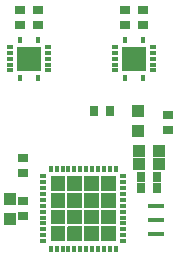
<source format=gbr>
G04 EAGLE Gerber RS-274X export*
G75*
%MOMM*%
%FSLAX34Y34*%
%LPD*%
%INSolderpaste Bottom*%
%IPPOS*%
%AMOC8*
5,1,8,0,0,1.08239X$1,22.5*%
G01*
%ADD10R,1.100000X1.000000*%
%ADD11R,0.900000X0.700000*%
%ADD12R,1.000000X1.100000*%
%ADD13R,0.700000X0.900000*%
%ADD14R,0.550000X0.297181*%
%ADD15R,0.297181X0.550000*%
%ADD16R,1.399997X0.400000*%
%ADD17R,0.350000X0.600000*%
%ADD18R,0.600000X0.350000*%
%ADD19R,2.100000X2.100000*%

G36*
X-15222Y103999D02*
X-15222Y103999D01*
X-15220Y103998D01*
X-15177Y104018D01*
X-15133Y104036D01*
X-15133Y104038D01*
X-15131Y104039D01*
X-15098Y104124D01*
X-15098Y116348D01*
X-15099Y116350D01*
X-15098Y116352D01*
X-15118Y116395D01*
X-15136Y116439D01*
X-15138Y116439D01*
X-15139Y116441D01*
X-15224Y116474D01*
X-27448Y116474D01*
X-27450Y116473D01*
X-27452Y116474D01*
X-27495Y116454D01*
X-27539Y116436D01*
X-27539Y116434D01*
X-27541Y116433D01*
X-27574Y116348D01*
X-27574Y104124D01*
X-27573Y104122D01*
X-27574Y104120D01*
X-27554Y104077D01*
X-27536Y104033D01*
X-27534Y104033D01*
X-27533Y104031D01*
X-27448Y103998D01*
X-15224Y103998D01*
X-15222Y103999D01*
G37*
G36*
X13226Y103999D02*
X13226Y103999D01*
X13228Y103998D01*
X13271Y104018D01*
X13315Y104036D01*
X13315Y104038D01*
X13317Y104039D01*
X13350Y104124D01*
X13350Y116348D01*
X13349Y116350D01*
X13350Y116352D01*
X13330Y116395D01*
X13312Y116439D01*
X13310Y116439D01*
X13309Y116441D01*
X13224Y116474D01*
X1000Y116474D01*
X998Y116473D01*
X996Y116474D01*
X953Y116454D01*
X909Y116436D01*
X909Y116434D01*
X907Y116433D01*
X874Y116348D01*
X874Y104124D01*
X875Y104122D01*
X874Y104120D01*
X894Y104077D01*
X912Y104033D01*
X914Y104033D01*
X915Y104031D01*
X1000Y103998D01*
X13224Y103998D01*
X13226Y103999D01*
G37*
G36*
X-998Y103999D02*
X-998Y103999D01*
X-996Y103998D01*
X-953Y104018D01*
X-909Y104036D01*
X-909Y104038D01*
X-907Y104039D01*
X-874Y104124D01*
X-874Y116348D01*
X-875Y116350D01*
X-874Y116352D01*
X-894Y116395D01*
X-912Y116439D01*
X-914Y116439D01*
X-915Y116441D01*
X-1000Y116474D01*
X-13224Y116474D01*
X-13226Y116473D01*
X-13228Y116474D01*
X-13271Y116454D01*
X-13315Y116436D01*
X-13315Y116434D01*
X-13317Y116433D01*
X-13350Y116348D01*
X-13350Y104124D01*
X-13349Y104122D01*
X-13350Y104120D01*
X-13330Y104077D01*
X-13312Y104033D01*
X-13310Y104033D01*
X-13309Y104031D01*
X-13224Y103998D01*
X-1000Y103998D01*
X-998Y103999D01*
G37*
G36*
X27450Y103999D02*
X27450Y103999D01*
X27452Y103998D01*
X27495Y104018D01*
X27539Y104036D01*
X27539Y104038D01*
X27541Y104039D01*
X27574Y104124D01*
X27574Y116348D01*
X27573Y116350D01*
X27574Y116352D01*
X27554Y116395D01*
X27536Y116439D01*
X27534Y116439D01*
X27533Y116441D01*
X27448Y116474D01*
X15224Y116474D01*
X15222Y116473D01*
X15220Y116474D01*
X15177Y116454D01*
X15133Y116436D01*
X15133Y116434D01*
X15131Y116433D01*
X15098Y116348D01*
X15098Y104124D01*
X15099Y104122D01*
X15098Y104120D01*
X15118Y104077D01*
X15136Y104033D01*
X15138Y104033D01*
X15139Y104031D01*
X15224Y103998D01*
X27448Y103998D01*
X27450Y103999D01*
G37*
G36*
X13226Y89775D02*
X13226Y89775D01*
X13228Y89774D01*
X13271Y89794D01*
X13315Y89812D01*
X13315Y89814D01*
X13317Y89815D01*
X13350Y89900D01*
X13350Y102124D01*
X13349Y102126D01*
X13350Y102128D01*
X13330Y102171D01*
X13312Y102215D01*
X13310Y102215D01*
X13309Y102217D01*
X13224Y102250D01*
X1000Y102250D01*
X998Y102249D01*
X996Y102250D01*
X953Y102230D01*
X909Y102212D01*
X909Y102210D01*
X907Y102209D01*
X874Y102124D01*
X874Y89900D01*
X875Y89898D01*
X874Y89896D01*
X894Y89853D01*
X912Y89809D01*
X914Y89809D01*
X915Y89807D01*
X1000Y89774D01*
X13224Y89774D01*
X13226Y89775D01*
G37*
G36*
X-15222Y89775D02*
X-15222Y89775D01*
X-15220Y89774D01*
X-15177Y89794D01*
X-15133Y89812D01*
X-15133Y89814D01*
X-15131Y89815D01*
X-15098Y89900D01*
X-15098Y102124D01*
X-15099Y102126D01*
X-15098Y102128D01*
X-15118Y102171D01*
X-15136Y102215D01*
X-15138Y102215D01*
X-15139Y102217D01*
X-15224Y102250D01*
X-27448Y102250D01*
X-27450Y102249D01*
X-27452Y102250D01*
X-27495Y102230D01*
X-27539Y102212D01*
X-27539Y102210D01*
X-27541Y102209D01*
X-27574Y102124D01*
X-27574Y89900D01*
X-27573Y89898D01*
X-27574Y89896D01*
X-27554Y89853D01*
X-27536Y89809D01*
X-27534Y89809D01*
X-27533Y89807D01*
X-27448Y89774D01*
X-15224Y89774D01*
X-15222Y89775D01*
G37*
G36*
X-998Y89775D02*
X-998Y89775D01*
X-996Y89774D01*
X-953Y89794D01*
X-909Y89812D01*
X-909Y89814D01*
X-907Y89815D01*
X-874Y89900D01*
X-874Y102124D01*
X-875Y102126D01*
X-874Y102128D01*
X-894Y102171D01*
X-912Y102215D01*
X-914Y102215D01*
X-915Y102217D01*
X-1000Y102250D01*
X-13224Y102250D01*
X-13226Y102249D01*
X-13228Y102250D01*
X-13271Y102230D01*
X-13315Y102212D01*
X-13315Y102210D01*
X-13317Y102209D01*
X-13350Y102124D01*
X-13350Y89900D01*
X-13349Y89898D01*
X-13350Y89896D01*
X-13330Y89853D01*
X-13312Y89809D01*
X-13310Y89809D01*
X-13309Y89807D01*
X-13224Y89774D01*
X-1000Y89774D01*
X-998Y89775D01*
G37*
G36*
X27450Y89775D02*
X27450Y89775D01*
X27452Y89774D01*
X27495Y89794D01*
X27539Y89812D01*
X27539Y89814D01*
X27541Y89815D01*
X27574Y89900D01*
X27574Y102124D01*
X27573Y102126D01*
X27574Y102128D01*
X27554Y102171D01*
X27536Y102215D01*
X27534Y102215D01*
X27533Y102217D01*
X27448Y102250D01*
X15224Y102250D01*
X15222Y102249D01*
X15220Y102250D01*
X15177Y102230D01*
X15133Y102212D01*
X15133Y102210D01*
X15131Y102209D01*
X15098Y102124D01*
X15098Y89900D01*
X15099Y89898D01*
X15098Y89896D01*
X15118Y89853D01*
X15136Y89809D01*
X15138Y89809D01*
X15139Y89807D01*
X15224Y89774D01*
X27448Y89774D01*
X27450Y89775D01*
G37*
G36*
X-15222Y75551D02*
X-15222Y75551D01*
X-15220Y75550D01*
X-15177Y75570D01*
X-15133Y75588D01*
X-15133Y75590D01*
X-15131Y75591D01*
X-15098Y75676D01*
X-15098Y87900D01*
X-15099Y87902D01*
X-15098Y87904D01*
X-15118Y87947D01*
X-15136Y87991D01*
X-15138Y87991D01*
X-15139Y87993D01*
X-15224Y88026D01*
X-27448Y88026D01*
X-27450Y88025D01*
X-27452Y88026D01*
X-27495Y88006D01*
X-27539Y87988D01*
X-27539Y87986D01*
X-27541Y87985D01*
X-27574Y87900D01*
X-27574Y75676D01*
X-27573Y75674D01*
X-27574Y75672D01*
X-27554Y75629D01*
X-27536Y75585D01*
X-27534Y75585D01*
X-27533Y75583D01*
X-27448Y75550D01*
X-15224Y75550D01*
X-15222Y75551D01*
G37*
G36*
X13226Y75551D02*
X13226Y75551D01*
X13228Y75550D01*
X13271Y75570D01*
X13315Y75588D01*
X13315Y75590D01*
X13317Y75591D01*
X13350Y75676D01*
X13350Y87900D01*
X13349Y87902D01*
X13350Y87904D01*
X13330Y87947D01*
X13312Y87991D01*
X13310Y87991D01*
X13309Y87993D01*
X13224Y88026D01*
X1000Y88026D01*
X998Y88025D01*
X996Y88026D01*
X953Y88006D01*
X909Y87988D01*
X909Y87986D01*
X907Y87985D01*
X874Y87900D01*
X874Y75676D01*
X875Y75674D01*
X874Y75672D01*
X894Y75629D01*
X912Y75585D01*
X914Y75585D01*
X915Y75583D01*
X1000Y75550D01*
X13224Y75550D01*
X13226Y75551D01*
G37*
G36*
X-998Y75551D02*
X-998Y75551D01*
X-996Y75550D01*
X-953Y75570D01*
X-909Y75588D01*
X-909Y75590D01*
X-907Y75591D01*
X-874Y75676D01*
X-874Y87900D01*
X-875Y87902D01*
X-874Y87904D01*
X-894Y87947D01*
X-912Y87991D01*
X-914Y87991D01*
X-915Y87993D01*
X-1000Y88026D01*
X-13224Y88026D01*
X-13226Y88025D01*
X-13228Y88026D01*
X-13271Y88006D01*
X-13315Y87988D01*
X-13315Y87986D01*
X-13317Y87985D01*
X-13350Y87900D01*
X-13350Y75676D01*
X-13349Y75674D01*
X-13350Y75672D01*
X-13330Y75629D01*
X-13312Y75585D01*
X-13310Y75585D01*
X-13309Y75583D01*
X-13224Y75550D01*
X-1000Y75550D01*
X-998Y75551D01*
G37*
G36*
X27450Y75551D02*
X27450Y75551D01*
X27452Y75550D01*
X27495Y75570D01*
X27539Y75588D01*
X27539Y75590D01*
X27541Y75591D01*
X27574Y75676D01*
X27574Y87900D01*
X27573Y87902D01*
X27574Y87904D01*
X27554Y87947D01*
X27536Y87991D01*
X27534Y87991D01*
X27533Y87993D01*
X27448Y88026D01*
X15224Y88026D01*
X15222Y88025D01*
X15220Y88026D01*
X15177Y88006D01*
X15133Y87988D01*
X15133Y87986D01*
X15131Y87985D01*
X15098Y87900D01*
X15098Y75676D01*
X15099Y75674D01*
X15098Y75672D01*
X15118Y75629D01*
X15136Y75585D01*
X15138Y75585D01*
X15139Y75583D01*
X15224Y75550D01*
X27448Y75550D01*
X27450Y75551D01*
G37*
G36*
X-998Y61327D02*
X-998Y61327D01*
X-996Y61326D01*
X-953Y61346D01*
X-909Y61364D01*
X-909Y61366D01*
X-907Y61367D01*
X-874Y61452D01*
X-874Y73676D01*
X-875Y73678D01*
X-874Y73680D01*
X-894Y73723D01*
X-912Y73767D01*
X-914Y73767D01*
X-915Y73769D01*
X-1000Y73802D01*
X-13224Y73802D01*
X-13226Y73801D01*
X-13228Y73802D01*
X-13271Y73782D01*
X-13315Y73764D01*
X-13315Y73762D01*
X-13317Y73761D01*
X-13350Y73676D01*
X-13350Y61452D01*
X-13349Y61450D01*
X-13350Y61448D01*
X-13330Y61405D01*
X-13312Y61361D01*
X-13310Y61361D01*
X-13309Y61359D01*
X-13224Y61326D01*
X-1000Y61326D01*
X-998Y61327D01*
G37*
G36*
X13226Y61327D02*
X13226Y61327D01*
X13228Y61326D01*
X13271Y61346D01*
X13315Y61364D01*
X13315Y61366D01*
X13317Y61367D01*
X13350Y61452D01*
X13350Y73676D01*
X13349Y73678D01*
X13350Y73680D01*
X13330Y73723D01*
X13312Y73767D01*
X13310Y73767D01*
X13309Y73769D01*
X13224Y73802D01*
X1000Y73802D01*
X998Y73801D01*
X996Y73802D01*
X953Y73782D01*
X909Y73764D01*
X909Y73762D01*
X907Y73761D01*
X874Y73676D01*
X874Y61452D01*
X875Y61450D01*
X874Y61448D01*
X894Y61405D01*
X912Y61361D01*
X914Y61361D01*
X915Y61359D01*
X1000Y61326D01*
X13224Y61326D01*
X13226Y61327D01*
G37*
G36*
X27450Y61327D02*
X27450Y61327D01*
X27452Y61326D01*
X27495Y61346D01*
X27539Y61364D01*
X27539Y61366D01*
X27541Y61367D01*
X27574Y61452D01*
X27574Y73676D01*
X27573Y73678D01*
X27574Y73680D01*
X27554Y73723D01*
X27536Y73767D01*
X27534Y73767D01*
X27533Y73769D01*
X27448Y73802D01*
X15224Y73802D01*
X15222Y73801D01*
X15220Y73802D01*
X15177Y73782D01*
X15133Y73764D01*
X15133Y73762D01*
X15131Y73761D01*
X15098Y73676D01*
X15098Y61452D01*
X15099Y61450D01*
X15098Y61448D01*
X15118Y61405D01*
X15136Y61361D01*
X15138Y61361D01*
X15139Y61359D01*
X15224Y61326D01*
X27448Y61326D01*
X27450Y61327D01*
G37*
G36*
X-15222Y61327D02*
X-15222Y61327D01*
X-15220Y61326D01*
X-15177Y61346D01*
X-15133Y61364D01*
X-15133Y61366D01*
X-15131Y61367D01*
X-15098Y61452D01*
X-15098Y73676D01*
X-15099Y73678D01*
X-15098Y73680D01*
X-15118Y73723D01*
X-15136Y73767D01*
X-15138Y73767D01*
X-15139Y73769D01*
X-15224Y73802D01*
X-27448Y73802D01*
X-27450Y73801D01*
X-27452Y73802D01*
X-27495Y73782D01*
X-27539Y73764D01*
X-27539Y73762D01*
X-27541Y73761D01*
X-27574Y73676D01*
X-27574Y61452D01*
X-27573Y61450D01*
X-27574Y61448D01*
X-27554Y61405D01*
X-27536Y61361D01*
X-27534Y61361D01*
X-27533Y61359D01*
X-27448Y61326D01*
X-15224Y61326D01*
X-15222Y61327D01*
G37*
D10*
X47063Y138113D03*
X64063Y138113D03*
D11*
X-50800Y95400D03*
X-50800Y82400D03*
D12*
X-61913Y97400D03*
X-61913Y80400D03*
D13*
X49063Y115888D03*
X62063Y115888D03*
X49063Y106363D03*
X62063Y106363D03*
D10*
X47063Y127000D03*
X64063Y127000D03*
X46038Y155013D03*
X46038Y172013D03*
D11*
X71438Y168425D03*
X71438Y155425D03*
X-50800Y131913D03*
X-50800Y118913D03*
D14*
X33800Y116407D03*
X33800Y111406D03*
X33800Y106404D03*
X33800Y101403D03*
X33800Y96402D03*
X33800Y91401D03*
X33800Y86399D03*
X33800Y81398D03*
X33800Y76397D03*
X33800Y71396D03*
X33800Y66394D03*
X33800Y61393D03*
D15*
X27507Y55100D03*
X22506Y55100D03*
X17504Y55100D03*
X12503Y55100D03*
X7502Y55100D03*
X2501Y55100D03*
X-2501Y55100D03*
X-7502Y55100D03*
X-12503Y55100D03*
X-17504Y55100D03*
X-22506Y55100D03*
X-27507Y55100D03*
D14*
X-33800Y61393D03*
X-33800Y66394D03*
X-33800Y71396D03*
X-33800Y76397D03*
X-33800Y81398D03*
X-33800Y86399D03*
X-33800Y91401D03*
X-33800Y96402D03*
X-33800Y101403D03*
X-33800Y106404D03*
X-33800Y111406D03*
X-33800Y116407D03*
D15*
X-27507Y122700D03*
X-22506Y122700D03*
X-17504Y122700D03*
X-12503Y122700D03*
X-7502Y122700D03*
X-2501Y122700D03*
X2501Y122700D03*
X7502Y122700D03*
X12503Y122700D03*
X17504Y122700D03*
X22506Y122700D03*
X27507Y122700D03*
D16*
X61913Y67375D03*
X61913Y79375D03*
X61913Y91375D03*
D13*
X9375Y171450D03*
X22375Y171450D03*
D11*
X34925Y244325D03*
X34925Y257325D03*
X50800Y244325D03*
X50800Y257325D03*
X-38100Y244325D03*
X-38100Y257325D03*
X-53975Y244325D03*
X-53975Y257325D03*
D17*
X50363Y231900D03*
D18*
X58863Y225900D03*
X58863Y220900D03*
X58863Y215900D03*
X58863Y210900D03*
X58863Y205900D03*
D17*
X50363Y199900D03*
X35363Y199900D03*
D18*
X26863Y205900D03*
X26863Y210900D03*
X26863Y215900D03*
X26863Y220900D03*
X26863Y225900D03*
D17*
X35363Y231900D03*
D19*
X42863Y215900D03*
D17*
X-38538Y231900D03*
D18*
X-30038Y225900D03*
X-30038Y220900D03*
X-30038Y215900D03*
X-30038Y210900D03*
X-30038Y205900D03*
D17*
X-38538Y199900D03*
X-53538Y199900D03*
D18*
X-62038Y205900D03*
X-62038Y210900D03*
X-62038Y215900D03*
X-62038Y220900D03*
X-62038Y225900D03*
D17*
X-53538Y231900D03*
D19*
X-46038Y215900D03*
M02*

</source>
